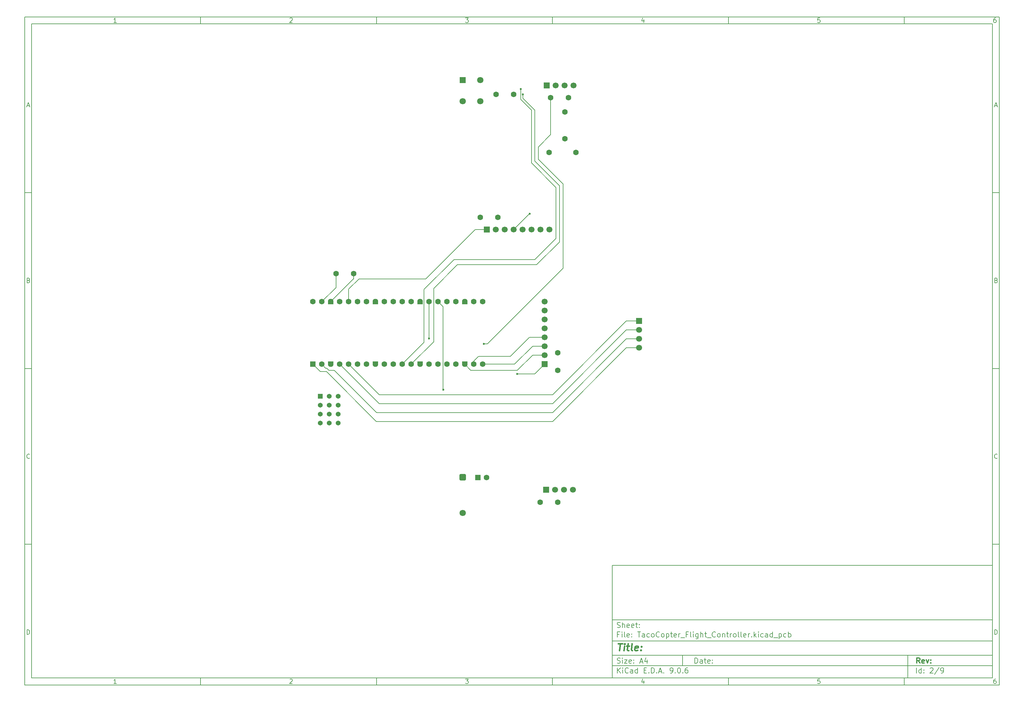
<source format=gbl>
%TF.GenerationSoftware,KiCad,Pcbnew,9.0.6*%
%TF.CreationDate,2025-12-23T20:00:03-05:00*%
%TF.ProjectId,TacoCopter_Flight_Controller,5461636f-436f-4707-9465-725f466c6967,rev?*%
%TF.SameCoordinates,Original*%
%TF.FileFunction,Copper,L2,Bot*%
%TF.FilePolarity,Positive*%
%FSLAX46Y46*%
G04 Gerber Fmt 4.6, Leading zero omitted, Abs format (unit mm)*
G04 Created by KiCad (PCBNEW 9.0.6) date 2025-12-23 20:00:03*
%MOMM*%
%LPD*%
G01*
G04 APERTURE LIST*
G04 Aperture macros list*
%AMRoundRect*
0 Rectangle with rounded corners*
0 $1 Rounding radius*
0 $2 $3 $4 $5 $6 $7 $8 $9 X,Y pos of 4 corners*
0 Add a 4 corners polygon primitive as box body*
4,1,4,$2,$3,$4,$5,$6,$7,$8,$9,$2,$3,0*
0 Add four circle primitives for the rounded corners*
1,1,$1+$1,$2,$3*
1,1,$1+$1,$4,$5*
1,1,$1+$1,$6,$7*
1,1,$1+$1,$8,$9*
0 Add four rect primitives between the rounded corners*
20,1,$1+$1,$2,$3,$4,$5,0*
20,1,$1+$1,$4,$5,$6,$7,0*
20,1,$1+$1,$6,$7,$8,$9,0*
20,1,$1+$1,$8,$9,$2,$3,0*%
%AMFreePoly0*
4,1,37,0.000000,0.796148,0.078414,0.796148,0.232228,0.765552,0.377117,0.705537,0.507515,0.618408,0.618408,0.507515,0.705537,0.377117,0.765552,0.232228,0.796148,0.078414,0.796148,-0.078414,0.765552,-0.232228,0.705537,-0.377117,0.618408,-0.507515,0.507515,-0.618408,0.377117,-0.705537,0.232228,-0.765552,0.078414,-0.796148,0.000000,-0.796148,0.000000,-0.800000,-0.600000,-0.800000,
-0.603843,-0.796157,-0.639018,-0.796157,-0.711114,-0.766294,-0.766294,-0.711114,-0.796157,-0.639018,-0.796157,-0.603843,-0.800000,-0.600000,-0.800000,0.600000,-0.796157,0.603843,-0.796157,0.639018,-0.766294,0.711114,-0.711114,0.766294,-0.639018,0.796157,-0.603843,0.796157,-0.600000,0.800000,0.000000,0.800000,0.000000,0.796148,0.000000,0.796148,$1*%
%AMFreePoly1*
4,1,37,0.603843,0.796157,0.639018,0.796157,0.711114,0.766294,0.766294,0.711114,0.796157,0.639018,0.796157,0.603843,0.800000,0.600000,0.800000,-0.600000,0.796157,-0.603843,0.796157,-0.639018,0.766294,-0.711114,0.711114,-0.766294,0.639018,-0.796157,0.603843,-0.796157,0.600000,-0.800000,0.000000,-0.800000,0.000000,-0.796148,-0.078414,-0.796148,-0.232228,-0.765552,-0.377117,-0.705537,
-0.507515,-0.618408,-0.618408,-0.507515,-0.705537,-0.377117,-0.765552,-0.232228,-0.796148,-0.078414,-0.796148,0.078414,-0.765552,0.232228,-0.705537,0.377117,-0.618408,0.507515,-0.507515,0.618408,-0.377117,0.705537,-0.232228,0.765552,-0.078414,0.796148,0.000000,0.796148,0.000000,0.800000,0.600000,0.800000,0.603843,0.796157,0.603843,0.796157,$1*%
G04 Aperture macros list end*
%ADD10C,0.100000*%
%ADD11C,0.150000*%
%ADD12C,0.300000*%
%ADD13C,0.400000*%
%TA.AperFunction,ComponentPad*%
%ADD14R,1.700000X1.700000*%
%TD*%
%TA.AperFunction,ComponentPad*%
%ADD15C,1.700000*%
%TD*%
%TA.AperFunction,ComponentPad*%
%ADD16C,1.600000*%
%TD*%
%TA.AperFunction,ComponentPad*%
%ADD17FreePoly0,90.000000*%
%TD*%
%TA.AperFunction,ComponentPad*%
%ADD18FreePoly1,90.000000*%
%TD*%
%TA.AperFunction,ComponentPad*%
%ADD19RoundRect,0.200000X0.600000X-0.600000X0.600000X0.600000X-0.600000X0.600000X-0.600000X-0.600000X0*%
%TD*%
%TA.AperFunction,ComponentPad*%
%ADD20RoundRect,0.250000X-0.550000X-0.550000X0.550000X-0.550000X0.550000X0.550000X-0.550000X0.550000X0*%
%TD*%
%TA.AperFunction,ComponentPad*%
%ADD21R,1.370000X1.370000*%
%TD*%
%TA.AperFunction,ComponentPad*%
%ADD22C,1.370000*%
%TD*%
%TA.AperFunction,ComponentPad*%
%ADD23RoundRect,0.250000X-0.650000X0.650000X-0.650000X-0.650000X0.650000X-0.650000X0.650000X0.650000X0*%
%TD*%
%TA.AperFunction,ComponentPad*%
%ADD24C,1.800000*%
%TD*%
%TA.AperFunction,ComponentPad*%
%ADD25R,1.800000X1.800000*%
%TD*%
%TA.AperFunction,ViaPad*%
%ADD26C,0.600000*%
%TD*%
%TA.AperFunction,Conductor*%
%ADD27C,0.200000*%
%TD*%
G04 APERTURE END LIST*
D10*
D11*
X177002200Y-166007200D02*
X285002200Y-166007200D01*
X285002200Y-198007200D01*
X177002200Y-198007200D01*
X177002200Y-166007200D01*
D10*
D11*
X10000000Y-10000000D02*
X287002200Y-10000000D01*
X287002200Y-200007200D01*
X10000000Y-200007200D01*
X10000000Y-10000000D01*
D10*
D11*
X12000000Y-12000000D02*
X285002200Y-12000000D01*
X285002200Y-198007200D01*
X12000000Y-198007200D01*
X12000000Y-12000000D01*
D10*
D11*
X60000000Y-12000000D02*
X60000000Y-10000000D01*
D10*
D11*
X110000000Y-12000000D02*
X110000000Y-10000000D01*
D10*
D11*
X160000000Y-12000000D02*
X160000000Y-10000000D01*
D10*
D11*
X210000000Y-12000000D02*
X210000000Y-10000000D01*
D10*
D11*
X260000000Y-12000000D02*
X260000000Y-10000000D01*
D10*
D11*
X36089160Y-11593604D02*
X35346303Y-11593604D01*
X35717731Y-11593604D02*
X35717731Y-10293604D01*
X35717731Y-10293604D02*
X35593922Y-10479319D01*
X35593922Y-10479319D02*
X35470112Y-10603128D01*
X35470112Y-10603128D02*
X35346303Y-10665033D01*
D10*
D11*
X85346303Y-10417414D02*
X85408207Y-10355509D01*
X85408207Y-10355509D02*
X85532017Y-10293604D01*
X85532017Y-10293604D02*
X85841541Y-10293604D01*
X85841541Y-10293604D02*
X85965350Y-10355509D01*
X85965350Y-10355509D02*
X86027255Y-10417414D01*
X86027255Y-10417414D02*
X86089160Y-10541223D01*
X86089160Y-10541223D02*
X86089160Y-10665033D01*
X86089160Y-10665033D02*
X86027255Y-10850747D01*
X86027255Y-10850747D02*
X85284398Y-11593604D01*
X85284398Y-11593604D02*
X86089160Y-11593604D01*
D10*
D11*
X135284398Y-10293604D02*
X136089160Y-10293604D01*
X136089160Y-10293604D02*
X135655826Y-10788842D01*
X135655826Y-10788842D02*
X135841541Y-10788842D01*
X135841541Y-10788842D02*
X135965350Y-10850747D01*
X135965350Y-10850747D02*
X136027255Y-10912652D01*
X136027255Y-10912652D02*
X136089160Y-11036461D01*
X136089160Y-11036461D02*
X136089160Y-11345985D01*
X136089160Y-11345985D02*
X136027255Y-11469795D01*
X136027255Y-11469795D02*
X135965350Y-11531700D01*
X135965350Y-11531700D02*
X135841541Y-11593604D01*
X135841541Y-11593604D02*
X135470112Y-11593604D01*
X135470112Y-11593604D02*
X135346303Y-11531700D01*
X135346303Y-11531700D02*
X135284398Y-11469795D01*
D10*
D11*
X185965350Y-10726938D02*
X185965350Y-11593604D01*
X185655826Y-10231700D02*
X185346303Y-11160271D01*
X185346303Y-11160271D02*
X186151064Y-11160271D01*
D10*
D11*
X236027255Y-10293604D02*
X235408207Y-10293604D01*
X235408207Y-10293604D02*
X235346303Y-10912652D01*
X235346303Y-10912652D02*
X235408207Y-10850747D01*
X235408207Y-10850747D02*
X235532017Y-10788842D01*
X235532017Y-10788842D02*
X235841541Y-10788842D01*
X235841541Y-10788842D02*
X235965350Y-10850747D01*
X235965350Y-10850747D02*
X236027255Y-10912652D01*
X236027255Y-10912652D02*
X236089160Y-11036461D01*
X236089160Y-11036461D02*
X236089160Y-11345985D01*
X236089160Y-11345985D02*
X236027255Y-11469795D01*
X236027255Y-11469795D02*
X235965350Y-11531700D01*
X235965350Y-11531700D02*
X235841541Y-11593604D01*
X235841541Y-11593604D02*
X235532017Y-11593604D01*
X235532017Y-11593604D02*
X235408207Y-11531700D01*
X235408207Y-11531700D02*
X235346303Y-11469795D01*
D10*
D11*
X285965350Y-10293604D02*
X285717731Y-10293604D01*
X285717731Y-10293604D02*
X285593922Y-10355509D01*
X285593922Y-10355509D02*
X285532017Y-10417414D01*
X285532017Y-10417414D02*
X285408207Y-10603128D01*
X285408207Y-10603128D02*
X285346303Y-10850747D01*
X285346303Y-10850747D02*
X285346303Y-11345985D01*
X285346303Y-11345985D02*
X285408207Y-11469795D01*
X285408207Y-11469795D02*
X285470112Y-11531700D01*
X285470112Y-11531700D02*
X285593922Y-11593604D01*
X285593922Y-11593604D02*
X285841541Y-11593604D01*
X285841541Y-11593604D02*
X285965350Y-11531700D01*
X285965350Y-11531700D02*
X286027255Y-11469795D01*
X286027255Y-11469795D02*
X286089160Y-11345985D01*
X286089160Y-11345985D02*
X286089160Y-11036461D01*
X286089160Y-11036461D02*
X286027255Y-10912652D01*
X286027255Y-10912652D02*
X285965350Y-10850747D01*
X285965350Y-10850747D02*
X285841541Y-10788842D01*
X285841541Y-10788842D02*
X285593922Y-10788842D01*
X285593922Y-10788842D02*
X285470112Y-10850747D01*
X285470112Y-10850747D02*
X285408207Y-10912652D01*
X285408207Y-10912652D02*
X285346303Y-11036461D01*
D10*
D11*
X60000000Y-198007200D02*
X60000000Y-200007200D01*
D10*
D11*
X110000000Y-198007200D02*
X110000000Y-200007200D01*
D10*
D11*
X160000000Y-198007200D02*
X160000000Y-200007200D01*
D10*
D11*
X210000000Y-198007200D02*
X210000000Y-200007200D01*
D10*
D11*
X260000000Y-198007200D02*
X260000000Y-200007200D01*
D10*
D11*
X36089160Y-199600804D02*
X35346303Y-199600804D01*
X35717731Y-199600804D02*
X35717731Y-198300804D01*
X35717731Y-198300804D02*
X35593922Y-198486519D01*
X35593922Y-198486519D02*
X35470112Y-198610328D01*
X35470112Y-198610328D02*
X35346303Y-198672233D01*
D10*
D11*
X85346303Y-198424614D02*
X85408207Y-198362709D01*
X85408207Y-198362709D02*
X85532017Y-198300804D01*
X85532017Y-198300804D02*
X85841541Y-198300804D01*
X85841541Y-198300804D02*
X85965350Y-198362709D01*
X85965350Y-198362709D02*
X86027255Y-198424614D01*
X86027255Y-198424614D02*
X86089160Y-198548423D01*
X86089160Y-198548423D02*
X86089160Y-198672233D01*
X86089160Y-198672233D02*
X86027255Y-198857947D01*
X86027255Y-198857947D02*
X85284398Y-199600804D01*
X85284398Y-199600804D02*
X86089160Y-199600804D01*
D10*
D11*
X135284398Y-198300804D02*
X136089160Y-198300804D01*
X136089160Y-198300804D02*
X135655826Y-198796042D01*
X135655826Y-198796042D02*
X135841541Y-198796042D01*
X135841541Y-198796042D02*
X135965350Y-198857947D01*
X135965350Y-198857947D02*
X136027255Y-198919852D01*
X136027255Y-198919852D02*
X136089160Y-199043661D01*
X136089160Y-199043661D02*
X136089160Y-199353185D01*
X136089160Y-199353185D02*
X136027255Y-199476995D01*
X136027255Y-199476995D02*
X135965350Y-199538900D01*
X135965350Y-199538900D02*
X135841541Y-199600804D01*
X135841541Y-199600804D02*
X135470112Y-199600804D01*
X135470112Y-199600804D02*
X135346303Y-199538900D01*
X135346303Y-199538900D02*
X135284398Y-199476995D01*
D10*
D11*
X185965350Y-198734138D02*
X185965350Y-199600804D01*
X185655826Y-198238900D02*
X185346303Y-199167471D01*
X185346303Y-199167471D02*
X186151064Y-199167471D01*
D10*
D11*
X236027255Y-198300804D02*
X235408207Y-198300804D01*
X235408207Y-198300804D02*
X235346303Y-198919852D01*
X235346303Y-198919852D02*
X235408207Y-198857947D01*
X235408207Y-198857947D02*
X235532017Y-198796042D01*
X235532017Y-198796042D02*
X235841541Y-198796042D01*
X235841541Y-198796042D02*
X235965350Y-198857947D01*
X235965350Y-198857947D02*
X236027255Y-198919852D01*
X236027255Y-198919852D02*
X236089160Y-199043661D01*
X236089160Y-199043661D02*
X236089160Y-199353185D01*
X236089160Y-199353185D02*
X236027255Y-199476995D01*
X236027255Y-199476995D02*
X235965350Y-199538900D01*
X235965350Y-199538900D02*
X235841541Y-199600804D01*
X235841541Y-199600804D02*
X235532017Y-199600804D01*
X235532017Y-199600804D02*
X235408207Y-199538900D01*
X235408207Y-199538900D02*
X235346303Y-199476995D01*
D10*
D11*
X285965350Y-198300804D02*
X285717731Y-198300804D01*
X285717731Y-198300804D02*
X285593922Y-198362709D01*
X285593922Y-198362709D02*
X285532017Y-198424614D01*
X285532017Y-198424614D02*
X285408207Y-198610328D01*
X285408207Y-198610328D02*
X285346303Y-198857947D01*
X285346303Y-198857947D02*
X285346303Y-199353185D01*
X285346303Y-199353185D02*
X285408207Y-199476995D01*
X285408207Y-199476995D02*
X285470112Y-199538900D01*
X285470112Y-199538900D02*
X285593922Y-199600804D01*
X285593922Y-199600804D02*
X285841541Y-199600804D01*
X285841541Y-199600804D02*
X285965350Y-199538900D01*
X285965350Y-199538900D02*
X286027255Y-199476995D01*
X286027255Y-199476995D02*
X286089160Y-199353185D01*
X286089160Y-199353185D02*
X286089160Y-199043661D01*
X286089160Y-199043661D02*
X286027255Y-198919852D01*
X286027255Y-198919852D02*
X285965350Y-198857947D01*
X285965350Y-198857947D02*
X285841541Y-198796042D01*
X285841541Y-198796042D02*
X285593922Y-198796042D01*
X285593922Y-198796042D02*
X285470112Y-198857947D01*
X285470112Y-198857947D02*
X285408207Y-198919852D01*
X285408207Y-198919852D02*
X285346303Y-199043661D01*
D10*
D11*
X10000000Y-60000000D02*
X12000000Y-60000000D01*
D10*
D11*
X10000000Y-110000000D02*
X12000000Y-110000000D01*
D10*
D11*
X10000000Y-160000000D02*
X12000000Y-160000000D01*
D10*
D11*
X10690476Y-35222176D02*
X11309523Y-35222176D01*
X10566666Y-35593604D02*
X10999999Y-34293604D01*
X10999999Y-34293604D02*
X11433333Y-35593604D01*
D10*
D11*
X11092857Y-84912652D02*
X11278571Y-84974557D01*
X11278571Y-84974557D02*
X11340476Y-85036461D01*
X11340476Y-85036461D02*
X11402380Y-85160271D01*
X11402380Y-85160271D02*
X11402380Y-85345985D01*
X11402380Y-85345985D02*
X11340476Y-85469795D01*
X11340476Y-85469795D02*
X11278571Y-85531700D01*
X11278571Y-85531700D02*
X11154761Y-85593604D01*
X11154761Y-85593604D02*
X10659523Y-85593604D01*
X10659523Y-85593604D02*
X10659523Y-84293604D01*
X10659523Y-84293604D02*
X11092857Y-84293604D01*
X11092857Y-84293604D02*
X11216666Y-84355509D01*
X11216666Y-84355509D02*
X11278571Y-84417414D01*
X11278571Y-84417414D02*
X11340476Y-84541223D01*
X11340476Y-84541223D02*
X11340476Y-84665033D01*
X11340476Y-84665033D02*
X11278571Y-84788842D01*
X11278571Y-84788842D02*
X11216666Y-84850747D01*
X11216666Y-84850747D02*
X11092857Y-84912652D01*
X11092857Y-84912652D02*
X10659523Y-84912652D01*
D10*
D11*
X11402380Y-135469795D02*
X11340476Y-135531700D01*
X11340476Y-135531700D02*
X11154761Y-135593604D01*
X11154761Y-135593604D02*
X11030952Y-135593604D01*
X11030952Y-135593604D02*
X10845238Y-135531700D01*
X10845238Y-135531700D02*
X10721428Y-135407890D01*
X10721428Y-135407890D02*
X10659523Y-135284080D01*
X10659523Y-135284080D02*
X10597619Y-135036461D01*
X10597619Y-135036461D02*
X10597619Y-134850747D01*
X10597619Y-134850747D02*
X10659523Y-134603128D01*
X10659523Y-134603128D02*
X10721428Y-134479319D01*
X10721428Y-134479319D02*
X10845238Y-134355509D01*
X10845238Y-134355509D02*
X11030952Y-134293604D01*
X11030952Y-134293604D02*
X11154761Y-134293604D01*
X11154761Y-134293604D02*
X11340476Y-134355509D01*
X11340476Y-134355509D02*
X11402380Y-134417414D01*
D10*
D11*
X10659523Y-185593604D02*
X10659523Y-184293604D01*
X10659523Y-184293604D02*
X10969047Y-184293604D01*
X10969047Y-184293604D02*
X11154761Y-184355509D01*
X11154761Y-184355509D02*
X11278571Y-184479319D01*
X11278571Y-184479319D02*
X11340476Y-184603128D01*
X11340476Y-184603128D02*
X11402380Y-184850747D01*
X11402380Y-184850747D02*
X11402380Y-185036461D01*
X11402380Y-185036461D02*
X11340476Y-185284080D01*
X11340476Y-185284080D02*
X11278571Y-185407890D01*
X11278571Y-185407890D02*
X11154761Y-185531700D01*
X11154761Y-185531700D02*
X10969047Y-185593604D01*
X10969047Y-185593604D02*
X10659523Y-185593604D01*
D10*
D11*
X287002200Y-60000000D02*
X285002200Y-60000000D01*
D10*
D11*
X287002200Y-110000000D02*
X285002200Y-110000000D01*
D10*
D11*
X287002200Y-160000000D02*
X285002200Y-160000000D01*
D10*
D11*
X285692676Y-35222176D02*
X286311723Y-35222176D01*
X285568866Y-35593604D02*
X286002199Y-34293604D01*
X286002199Y-34293604D02*
X286435533Y-35593604D01*
D10*
D11*
X286095057Y-84912652D02*
X286280771Y-84974557D01*
X286280771Y-84974557D02*
X286342676Y-85036461D01*
X286342676Y-85036461D02*
X286404580Y-85160271D01*
X286404580Y-85160271D02*
X286404580Y-85345985D01*
X286404580Y-85345985D02*
X286342676Y-85469795D01*
X286342676Y-85469795D02*
X286280771Y-85531700D01*
X286280771Y-85531700D02*
X286156961Y-85593604D01*
X286156961Y-85593604D02*
X285661723Y-85593604D01*
X285661723Y-85593604D02*
X285661723Y-84293604D01*
X285661723Y-84293604D02*
X286095057Y-84293604D01*
X286095057Y-84293604D02*
X286218866Y-84355509D01*
X286218866Y-84355509D02*
X286280771Y-84417414D01*
X286280771Y-84417414D02*
X286342676Y-84541223D01*
X286342676Y-84541223D02*
X286342676Y-84665033D01*
X286342676Y-84665033D02*
X286280771Y-84788842D01*
X286280771Y-84788842D02*
X286218866Y-84850747D01*
X286218866Y-84850747D02*
X286095057Y-84912652D01*
X286095057Y-84912652D02*
X285661723Y-84912652D01*
D10*
D11*
X286404580Y-135469795D02*
X286342676Y-135531700D01*
X286342676Y-135531700D02*
X286156961Y-135593604D01*
X286156961Y-135593604D02*
X286033152Y-135593604D01*
X286033152Y-135593604D02*
X285847438Y-135531700D01*
X285847438Y-135531700D02*
X285723628Y-135407890D01*
X285723628Y-135407890D02*
X285661723Y-135284080D01*
X285661723Y-135284080D02*
X285599819Y-135036461D01*
X285599819Y-135036461D02*
X285599819Y-134850747D01*
X285599819Y-134850747D02*
X285661723Y-134603128D01*
X285661723Y-134603128D02*
X285723628Y-134479319D01*
X285723628Y-134479319D02*
X285847438Y-134355509D01*
X285847438Y-134355509D02*
X286033152Y-134293604D01*
X286033152Y-134293604D02*
X286156961Y-134293604D01*
X286156961Y-134293604D02*
X286342676Y-134355509D01*
X286342676Y-134355509D02*
X286404580Y-134417414D01*
D10*
D11*
X285661723Y-185593604D02*
X285661723Y-184293604D01*
X285661723Y-184293604D02*
X285971247Y-184293604D01*
X285971247Y-184293604D02*
X286156961Y-184355509D01*
X286156961Y-184355509D02*
X286280771Y-184479319D01*
X286280771Y-184479319D02*
X286342676Y-184603128D01*
X286342676Y-184603128D02*
X286404580Y-184850747D01*
X286404580Y-184850747D02*
X286404580Y-185036461D01*
X286404580Y-185036461D02*
X286342676Y-185284080D01*
X286342676Y-185284080D02*
X286280771Y-185407890D01*
X286280771Y-185407890D02*
X286156961Y-185531700D01*
X286156961Y-185531700D02*
X285971247Y-185593604D01*
X285971247Y-185593604D02*
X285661723Y-185593604D01*
D10*
D11*
X200458026Y-193793328D02*
X200458026Y-192293328D01*
X200458026Y-192293328D02*
X200815169Y-192293328D01*
X200815169Y-192293328D02*
X201029455Y-192364757D01*
X201029455Y-192364757D02*
X201172312Y-192507614D01*
X201172312Y-192507614D02*
X201243741Y-192650471D01*
X201243741Y-192650471D02*
X201315169Y-192936185D01*
X201315169Y-192936185D02*
X201315169Y-193150471D01*
X201315169Y-193150471D02*
X201243741Y-193436185D01*
X201243741Y-193436185D02*
X201172312Y-193579042D01*
X201172312Y-193579042D02*
X201029455Y-193721900D01*
X201029455Y-193721900D02*
X200815169Y-193793328D01*
X200815169Y-193793328D02*
X200458026Y-193793328D01*
X202600884Y-193793328D02*
X202600884Y-193007614D01*
X202600884Y-193007614D02*
X202529455Y-192864757D01*
X202529455Y-192864757D02*
X202386598Y-192793328D01*
X202386598Y-192793328D02*
X202100884Y-192793328D01*
X202100884Y-192793328D02*
X201958026Y-192864757D01*
X202600884Y-193721900D02*
X202458026Y-193793328D01*
X202458026Y-193793328D02*
X202100884Y-193793328D01*
X202100884Y-193793328D02*
X201958026Y-193721900D01*
X201958026Y-193721900D02*
X201886598Y-193579042D01*
X201886598Y-193579042D02*
X201886598Y-193436185D01*
X201886598Y-193436185D02*
X201958026Y-193293328D01*
X201958026Y-193293328D02*
X202100884Y-193221900D01*
X202100884Y-193221900D02*
X202458026Y-193221900D01*
X202458026Y-193221900D02*
X202600884Y-193150471D01*
X203100884Y-192793328D02*
X203672312Y-192793328D01*
X203315169Y-192293328D02*
X203315169Y-193579042D01*
X203315169Y-193579042D02*
X203386598Y-193721900D01*
X203386598Y-193721900D02*
X203529455Y-193793328D01*
X203529455Y-193793328D02*
X203672312Y-193793328D01*
X204743741Y-193721900D02*
X204600884Y-193793328D01*
X204600884Y-193793328D02*
X204315170Y-193793328D01*
X204315170Y-193793328D02*
X204172312Y-193721900D01*
X204172312Y-193721900D02*
X204100884Y-193579042D01*
X204100884Y-193579042D02*
X204100884Y-193007614D01*
X204100884Y-193007614D02*
X204172312Y-192864757D01*
X204172312Y-192864757D02*
X204315170Y-192793328D01*
X204315170Y-192793328D02*
X204600884Y-192793328D01*
X204600884Y-192793328D02*
X204743741Y-192864757D01*
X204743741Y-192864757D02*
X204815170Y-193007614D01*
X204815170Y-193007614D02*
X204815170Y-193150471D01*
X204815170Y-193150471D02*
X204100884Y-193293328D01*
X205458026Y-193650471D02*
X205529455Y-193721900D01*
X205529455Y-193721900D02*
X205458026Y-193793328D01*
X205458026Y-193793328D02*
X205386598Y-193721900D01*
X205386598Y-193721900D02*
X205458026Y-193650471D01*
X205458026Y-193650471D02*
X205458026Y-193793328D01*
X205458026Y-192864757D02*
X205529455Y-192936185D01*
X205529455Y-192936185D02*
X205458026Y-193007614D01*
X205458026Y-193007614D02*
X205386598Y-192936185D01*
X205386598Y-192936185D02*
X205458026Y-192864757D01*
X205458026Y-192864757D02*
X205458026Y-193007614D01*
D10*
D11*
X177002200Y-194507200D02*
X285002200Y-194507200D01*
D10*
D11*
X178458026Y-196593328D02*
X178458026Y-195093328D01*
X179315169Y-196593328D02*
X178672312Y-195736185D01*
X179315169Y-195093328D02*
X178458026Y-195950471D01*
X179958026Y-196593328D02*
X179958026Y-195593328D01*
X179958026Y-195093328D02*
X179886598Y-195164757D01*
X179886598Y-195164757D02*
X179958026Y-195236185D01*
X179958026Y-195236185D02*
X180029455Y-195164757D01*
X180029455Y-195164757D02*
X179958026Y-195093328D01*
X179958026Y-195093328D02*
X179958026Y-195236185D01*
X181529455Y-196450471D02*
X181458027Y-196521900D01*
X181458027Y-196521900D02*
X181243741Y-196593328D01*
X181243741Y-196593328D02*
X181100884Y-196593328D01*
X181100884Y-196593328D02*
X180886598Y-196521900D01*
X180886598Y-196521900D02*
X180743741Y-196379042D01*
X180743741Y-196379042D02*
X180672312Y-196236185D01*
X180672312Y-196236185D02*
X180600884Y-195950471D01*
X180600884Y-195950471D02*
X180600884Y-195736185D01*
X180600884Y-195736185D02*
X180672312Y-195450471D01*
X180672312Y-195450471D02*
X180743741Y-195307614D01*
X180743741Y-195307614D02*
X180886598Y-195164757D01*
X180886598Y-195164757D02*
X181100884Y-195093328D01*
X181100884Y-195093328D02*
X181243741Y-195093328D01*
X181243741Y-195093328D02*
X181458027Y-195164757D01*
X181458027Y-195164757D02*
X181529455Y-195236185D01*
X182815170Y-196593328D02*
X182815170Y-195807614D01*
X182815170Y-195807614D02*
X182743741Y-195664757D01*
X182743741Y-195664757D02*
X182600884Y-195593328D01*
X182600884Y-195593328D02*
X182315170Y-195593328D01*
X182315170Y-195593328D02*
X182172312Y-195664757D01*
X182815170Y-196521900D02*
X182672312Y-196593328D01*
X182672312Y-196593328D02*
X182315170Y-196593328D01*
X182315170Y-196593328D02*
X182172312Y-196521900D01*
X182172312Y-196521900D02*
X182100884Y-196379042D01*
X182100884Y-196379042D02*
X182100884Y-196236185D01*
X182100884Y-196236185D02*
X182172312Y-196093328D01*
X182172312Y-196093328D02*
X182315170Y-196021900D01*
X182315170Y-196021900D02*
X182672312Y-196021900D01*
X182672312Y-196021900D02*
X182815170Y-195950471D01*
X184172313Y-196593328D02*
X184172313Y-195093328D01*
X184172313Y-196521900D02*
X184029455Y-196593328D01*
X184029455Y-196593328D02*
X183743741Y-196593328D01*
X183743741Y-196593328D02*
X183600884Y-196521900D01*
X183600884Y-196521900D02*
X183529455Y-196450471D01*
X183529455Y-196450471D02*
X183458027Y-196307614D01*
X183458027Y-196307614D02*
X183458027Y-195879042D01*
X183458027Y-195879042D02*
X183529455Y-195736185D01*
X183529455Y-195736185D02*
X183600884Y-195664757D01*
X183600884Y-195664757D02*
X183743741Y-195593328D01*
X183743741Y-195593328D02*
X184029455Y-195593328D01*
X184029455Y-195593328D02*
X184172313Y-195664757D01*
X186029455Y-195807614D02*
X186529455Y-195807614D01*
X186743741Y-196593328D02*
X186029455Y-196593328D01*
X186029455Y-196593328D02*
X186029455Y-195093328D01*
X186029455Y-195093328D02*
X186743741Y-195093328D01*
X187386598Y-196450471D02*
X187458027Y-196521900D01*
X187458027Y-196521900D02*
X187386598Y-196593328D01*
X187386598Y-196593328D02*
X187315170Y-196521900D01*
X187315170Y-196521900D02*
X187386598Y-196450471D01*
X187386598Y-196450471D02*
X187386598Y-196593328D01*
X188100884Y-196593328D02*
X188100884Y-195093328D01*
X188100884Y-195093328D02*
X188458027Y-195093328D01*
X188458027Y-195093328D02*
X188672313Y-195164757D01*
X188672313Y-195164757D02*
X188815170Y-195307614D01*
X188815170Y-195307614D02*
X188886599Y-195450471D01*
X188886599Y-195450471D02*
X188958027Y-195736185D01*
X188958027Y-195736185D02*
X188958027Y-195950471D01*
X188958027Y-195950471D02*
X188886599Y-196236185D01*
X188886599Y-196236185D02*
X188815170Y-196379042D01*
X188815170Y-196379042D02*
X188672313Y-196521900D01*
X188672313Y-196521900D02*
X188458027Y-196593328D01*
X188458027Y-196593328D02*
X188100884Y-196593328D01*
X189600884Y-196450471D02*
X189672313Y-196521900D01*
X189672313Y-196521900D02*
X189600884Y-196593328D01*
X189600884Y-196593328D02*
X189529456Y-196521900D01*
X189529456Y-196521900D02*
X189600884Y-196450471D01*
X189600884Y-196450471D02*
X189600884Y-196593328D01*
X190243742Y-196164757D02*
X190958028Y-196164757D01*
X190100885Y-196593328D02*
X190600885Y-195093328D01*
X190600885Y-195093328D02*
X191100885Y-196593328D01*
X191600884Y-196450471D02*
X191672313Y-196521900D01*
X191672313Y-196521900D02*
X191600884Y-196593328D01*
X191600884Y-196593328D02*
X191529456Y-196521900D01*
X191529456Y-196521900D02*
X191600884Y-196450471D01*
X191600884Y-196450471D02*
X191600884Y-196593328D01*
X193529456Y-196593328D02*
X193815170Y-196593328D01*
X193815170Y-196593328D02*
X193958027Y-196521900D01*
X193958027Y-196521900D02*
X194029456Y-196450471D01*
X194029456Y-196450471D02*
X194172313Y-196236185D01*
X194172313Y-196236185D02*
X194243742Y-195950471D01*
X194243742Y-195950471D02*
X194243742Y-195379042D01*
X194243742Y-195379042D02*
X194172313Y-195236185D01*
X194172313Y-195236185D02*
X194100885Y-195164757D01*
X194100885Y-195164757D02*
X193958027Y-195093328D01*
X193958027Y-195093328D02*
X193672313Y-195093328D01*
X193672313Y-195093328D02*
X193529456Y-195164757D01*
X193529456Y-195164757D02*
X193458027Y-195236185D01*
X193458027Y-195236185D02*
X193386599Y-195379042D01*
X193386599Y-195379042D02*
X193386599Y-195736185D01*
X193386599Y-195736185D02*
X193458027Y-195879042D01*
X193458027Y-195879042D02*
X193529456Y-195950471D01*
X193529456Y-195950471D02*
X193672313Y-196021900D01*
X193672313Y-196021900D02*
X193958027Y-196021900D01*
X193958027Y-196021900D02*
X194100885Y-195950471D01*
X194100885Y-195950471D02*
X194172313Y-195879042D01*
X194172313Y-195879042D02*
X194243742Y-195736185D01*
X194886598Y-196450471D02*
X194958027Y-196521900D01*
X194958027Y-196521900D02*
X194886598Y-196593328D01*
X194886598Y-196593328D02*
X194815170Y-196521900D01*
X194815170Y-196521900D02*
X194886598Y-196450471D01*
X194886598Y-196450471D02*
X194886598Y-196593328D01*
X195886599Y-195093328D02*
X196029456Y-195093328D01*
X196029456Y-195093328D02*
X196172313Y-195164757D01*
X196172313Y-195164757D02*
X196243742Y-195236185D01*
X196243742Y-195236185D02*
X196315170Y-195379042D01*
X196315170Y-195379042D02*
X196386599Y-195664757D01*
X196386599Y-195664757D02*
X196386599Y-196021900D01*
X196386599Y-196021900D02*
X196315170Y-196307614D01*
X196315170Y-196307614D02*
X196243742Y-196450471D01*
X196243742Y-196450471D02*
X196172313Y-196521900D01*
X196172313Y-196521900D02*
X196029456Y-196593328D01*
X196029456Y-196593328D02*
X195886599Y-196593328D01*
X195886599Y-196593328D02*
X195743742Y-196521900D01*
X195743742Y-196521900D02*
X195672313Y-196450471D01*
X195672313Y-196450471D02*
X195600884Y-196307614D01*
X195600884Y-196307614D02*
X195529456Y-196021900D01*
X195529456Y-196021900D02*
X195529456Y-195664757D01*
X195529456Y-195664757D02*
X195600884Y-195379042D01*
X195600884Y-195379042D02*
X195672313Y-195236185D01*
X195672313Y-195236185D02*
X195743742Y-195164757D01*
X195743742Y-195164757D02*
X195886599Y-195093328D01*
X197029455Y-196450471D02*
X197100884Y-196521900D01*
X197100884Y-196521900D02*
X197029455Y-196593328D01*
X197029455Y-196593328D02*
X196958027Y-196521900D01*
X196958027Y-196521900D02*
X197029455Y-196450471D01*
X197029455Y-196450471D02*
X197029455Y-196593328D01*
X198386599Y-195093328D02*
X198100884Y-195093328D01*
X198100884Y-195093328D02*
X197958027Y-195164757D01*
X197958027Y-195164757D02*
X197886599Y-195236185D01*
X197886599Y-195236185D02*
X197743741Y-195450471D01*
X197743741Y-195450471D02*
X197672313Y-195736185D01*
X197672313Y-195736185D02*
X197672313Y-196307614D01*
X197672313Y-196307614D02*
X197743741Y-196450471D01*
X197743741Y-196450471D02*
X197815170Y-196521900D01*
X197815170Y-196521900D02*
X197958027Y-196593328D01*
X197958027Y-196593328D02*
X198243741Y-196593328D01*
X198243741Y-196593328D02*
X198386599Y-196521900D01*
X198386599Y-196521900D02*
X198458027Y-196450471D01*
X198458027Y-196450471D02*
X198529456Y-196307614D01*
X198529456Y-196307614D02*
X198529456Y-195950471D01*
X198529456Y-195950471D02*
X198458027Y-195807614D01*
X198458027Y-195807614D02*
X198386599Y-195736185D01*
X198386599Y-195736185D02*
X198243741Y-195664757D01*
X198243741Y-195664757D02*
X197958027Y-195664757D01*
X197958027Y-195664757D02*
X197815170Y-195736185D01*
X197815170Y-195736185D02*
X197743741Y-195807614D01*
X197743741Y-195807614D02*
X197672313Y-195950471D01*
D10*
D11*
X177002200Y-191507200D02*
X285002200Y-191507200D01*
D10*
D12*
X264413853Y-193785528D02*
X263913853Y-193071242D01*
X263556710Y-193785528D02*
X263556710Y-192285528D01*
X263556710Y-192285528D02*
X264128139Y-192285528D01*
X264128139Y-192285528D02*
X264270996Y-192356957D01*
X264270996Y-192356957D02*
X264342425Y-192428385D01*
X264342425Y-192428385D02*
X264413853Y-192571242D01*
X264413853Y-192571242D02*
X264413853Y-192785528D01*
X264413853Y-192785528D02*
X264342425Y-192928385D01*
X264342425Y-192928385D02*
X264270996Y-192999814D01*
X264270996Y-192999814D02*
X264128139Y-193071242D01*
X264128139Y-193071242D02*
X263556710Y-193071242D01*
X265628139Y-193714100D02*
X265485282Y-193785528D01*
X265485282Y-193785528D02*
X265199568Y-193785528D01*
X265199568Y-193785528D02*
X265056710Y-193714100D01*
X265056710Y-193714100D02*
X264985282Y-193571242D01*
X264985282Y-193571242D02*
X264985282Y-192999814D01*
X264985282Y-192999814D02*
X265056710Y-192856957D01*
X265056710Y-192856957D02*
X265199568Y-192785528D01*
X265199568Y-192785528D02*
X265485282Y-192785528D01*
X265485282Y-192785528D02*
X265628139Y-192856957D01*
X265628139Y-192856957D02*
X265699568Y-192999814D01*
X265699568Y-192999814D02*
X265699568Y-193142671D01*
X265699568Y-193142671D02*
X264985282Y-193285528D01*
X266199567Y-192785528D02*
X266556710Y-193785528D01*
X266556710Y-193785528D02*
X266913853Y-192785528D01*
X267485281Y-193642671D02*
X267556710Y-193714100D01*
X267556710Y-193714100D02*
X267485281Y-193785528D01*
X267485281Y-193785528D02*
X267413853Y-193714100D01*
X267413853Y-193714100D02*
X267485281Y-193642671D01*
X267485281Y-193642671D02*
X267485281Y-193785528D01*
X267485281Y-192856957D02*
X267556710Y-192928385D01*
X267556710Y-192928385D02*
X267485281Y-192999814D01*
X267485281Y-192999814D02*
X267413853Y-192928385D01*
X267413853Y-192928385D02*
X267485281Y-192856957D01*
X267485281Y-192856957D02*
X267485281Y-192999814D01*
D10*
D11*
X178386598Y-193721900D02*
X178600884Y-193793328D01*
X178600884Y-193793328D02*
X178958026Y-193793328D01*
X178958026Y-193793328D02*
X179100884Y-193721900D01*
X179100884Y-193721900D02*
X179172312Y-193650471D01*
X179172312Y-193650471D02*
X179243741Y-193507614D01*
X179243741Y-193507614D02*
X179243741Y-193364757D01*
X179243741Y-193364757D02*
X179172312Y-193221900D01*
X179172312Y-193221900D02*
X179100884Y-193150471D01*
X179100884Y-193150471D02*
X178958026Y-193079042D01*
X178958026Y-193079042D02*
X178672312Y-193007614D01*
X178672312Y-193007614D02*
X178529455Y-192936185D01*
X178529455Y-192936185D02*
X178458026Y-192864757D01*
X178458026Y-192864757D02*
X178386598Y-192721900D01*
X178386598Y-192721900D02*
X178386598Y-192579042D01*
X178386598Y-192579042D02*
X178458026Y-192436185D01*
X178458026Y-192436185D02*
X178529455Y-192364757D01*
X178529455Y-192364757D02*
X178672312Y-192293328D01*
X178672312Y-192293328D02*
X179029455Y-192293328D01*
X179029455Y-192293328D02*
X179243741Y-192364757D01*
X179886597Y-193793328D02*
X179886597Y-192793328D01*
X179886597Y-192293328D02*
X179815169Y-192364757D01*
X179815169Y-192364757D02*
X179886597Y-192436185D01*
X179886597Y-192436185D02*
X179958026Y-192364757D01*
X179958026Y-192364757D02*
X179886597Y-192293328D01*
X179886597Y-192293328D02*
X179886597Y-192436185D01*
X180458026Y-192793328D02*
X181243741Y-192793328D01*
X181243741Y-192793328D02*
X180458026Y-193793328D01*
X180458026Y-193793328D02*
X181243741Y-193793328D01*
X182386598Y-193721900D02*
X182243741Y-193793328D01*
X182243741Y-193793328D02*
X181958027Y-193793328D01*
X181958027Y-193793328D02*
X181815169Y-193721900D01*
X181815169Y-193721900D02*
X181743741Y-193579042D01*
X181743741Y-193579042D02*
X181743741Y-193007614D01*
X181743741Y-193007614D02*
X181815169Y-192864757D01*
X181815169Y-192864757D02*
X181958027Y-192793328D01*
X181958027Y-192793328D02*
X182243741Y-192793328D01*
X182243741Y-192793328D02*
X182386598Y-192864757D01*
X182386598Y-192864757D02*
X182458027Y-193007614D01*
X182458027Y-193007614D02*
X182458027Y-193150471D01*
X182458027Y-193150471D02*
X181743741Y-193293328D01*
X183100883Y-193650471D02*
X183172312Y-193721900D01*
X183172312Y-193721900D02*
X183100883Y-193793328D01*
X183100883Y-193793328D02*
X183029455Y-193721900D01*
X183029455Y-193721900D02*
X183100883Y-193650471D01*
X183100883Y-193650471D02*
X183100883Y-193793328D01*
X183100883Y-192864757D02*
X183172312Y-192936185D01*
X183172312Y-192936185D02*
X183100883Y-193007614D01*
X183100883Y-193007614D02*
X183029455Y-192936185D01*
X183029455Y-192936185D02*
X183100883Y-192864757D01*
X183100883Y-192864757D02*
X183100883Y-193007614D01*
X184886598Y-193364757D02*
X185600884Y-193364757D01*
X184743741Y-193793328D02*
X185243741Y-192293328D01*
X185243741Y-192293328D02*
X185743741Y-193793328D01*
X186886598Y-192793328D02*
X186886598Y-193793328D01*
X186529455Y-192221900D02*
X186172312Y-193293328D01*
X186172312Y-193293328D02*
X187100883Y-193293328D01*
D10*
D11*
X263458026Y-196593328D02*
X263458026Y-195093328D01*
X264815170Y-196593328D02*
X264815170Y-195093328D01*
X264815170Y-196521900D02*
X264672312Y-196593328D01*
X264672312Y-196593328D02*
X264386598Y-196593328D01*
X264386598Y-196593328D02*
X264243741Y-196521900D01*
X264243741Y-196521900D02*
X264172312Y-196450471D01*
X264172312Y-196450471D02*
X264100884Y-196307614D01*
X264100884Y-196307614D02*
X264100884Y-195879042D01*
X264100884Y-195879042D02*
X264172312Y-195736185D01*
X264172312Y-195736185D02*
X264243741Y-195664757D01*
X264243741Y-195664757D02*
X264386598Y-195593328D01*
X264386598Y-195593328D02*
X264672312Y-195593328D01*
X264672312Y-195593328D02*
X264815170Y-195664757D01*
X265529455Y-196450471D02*
X265600884Y-196521900D01*
X265600884Y-196521900D02*
X265529455Y-196593328D01*
X265529455Y-196593328D02*
X265458027Y-196521900D01*
X265458027Y-196521900D02*
X265529455Y-196450471D01*
X265529455Y-196450471D02*
X265529455Y-196593328D01*
X265529455Y-195664757D02*
X265600884Y-195736185D01*
X265600884Y-195736185D02*
X265529455Y-195807614D01*
X265529455Y-195807614D02*
X265458027Y-195736185D01*
X265458027Y-195736185D02*
X265529455Y-195664757D01*
X265529455Y-195664757D02*
X265529455Y-195807614D01*
X267315170Y-195236185D02*
X267386598Y-195164757D01*
X267386598Y-195164757D02*
X267529456Y-195093328D01*
X267529456Y-195093328D02*
X267886598Y-195093328D01*
X267886598Y-195093328D02*
X268029456Y-195164757D01*
X268029456Y-195164757D02*
X268100884Y-195236185D01*
X268100884Y-195236185D02*
X268172313Y-195379042D01*
X268172313Y-195379042D02*
X268172313Y-195521900D01*
X268172313Y-195521900D02*
X268100884Y-195736185D01*
X268100884Y-195736185D02*
X267243741Y-196593328D01*
X267243741Y-196593328D02*
X268172313Y-196593328D01*
X269886598Y-195021900D02*
X268600884Y-196950471D01*
X270458027Y-196593328D02*
X270743741Y-196593328D01*
X270743741Y-196593328D02*
X270886598Y-196521900D01*
X270886598Y-196521900D02*
X270958027Y-196450471D01*
X270958027Y-196450471D02*
X271100884Y-196236185D01*
X271100884Y-196236185D02*
X271172313Y-195950471D01*
X271172313Y-195950471D02*
X271172313Y-195379042D01*
X271172313Y-195379042D02*
X271100884Y-195236185D01*
X271100884Y-195236185D02*
X271029456Y-195164757D01*
X271029456Y-195164757D02*
X270886598Y-195093328D01*
X270886598Y-195093328D02*
X270600884Y-195093328D01*
X270600884Y-195093328D02*
X270458027Y-195164757D01*
X270458027Y-195164757D02*
X270386598Y-195236185D01*
X270386598Y-195236185D02*
X270315170Y-195379042D01*
X270315170Y-195379042D02*
X270315170Y-195736185D01*
X270315170Y-195736185D02*
X270386598Y-195879042D01*
X270386598Y-195879042D02*
X270458027Y-195950471D01*
X270458027Y-195950471D02*
X270600884Y-196021900D01*
X270600884Y-196021900D02*
X270886598Y-196021900D01*
X270886598Y-196021900D02*
X271029456Y-195950471D01*
X271029456Y-195950471D02*
X271100884Y-195879042D01*
X271100884Y-195879042D02*
X271172313Y-195736185D01*
D10*
D11*
X177002200Y-187507200D02*
X285002200Y-187507200D01*
D10*
D13*
X178693928Y-188211638D02*
X179836785Y-188211638D01*
X179015357Y-190211638D02*
X179265357Y-188211638D01*
X180253452Y-190211638D02*
X180420119Y-188878304D01*
X180503452Y-188211638D02*
X180396309Y-188306876D01*
X180396309Y-188306876D02*
X180479643Y-188402114D01*
X180479643Y-188402114D02*
X180586786Y-188306876D01*
X180586786Y-188306876D02*
X180503452Y-188211638D01*
X180503452Y-188211638D02*
X180479643Y-188402114D01*
X181086786Y-188878304D02*
X181848690Y-188878304D01*
X181455833Y-188211638D02*
X181241548Y-189925923D01*
X181241548Y-189925923D02*
X181312976Y-190116400D01*
X181312976Y-190116400D02*
X181491548Y-190211638D01*
X181491548Y-190211638D02*
X181682024Y-190211638D01*
X182634405Y-190211638D02*
X182455833Y-190116400D01*
X182455833Y-190116400D02*
X182384405Y-189925923D01*
X182384405Y-189925923D02*
X182598690Y-188211638D01*
X184170119Y-190116400D02*
X183967738Y-190211638D01*
X183967738Y-190211638D02*
X183586785Y-190211638D01*
X183586785Y-190211638D02*
X183408214Y-190116400D01*
X183408214Y-190116400D02*
X183336785Y-189925923D01*
X183336785Y-189925923D02*
X183432024Y-189164019D01*
X183432024Y-189164019D02*
X183551071Y-188973542D01*
X183551071Y-188973542D02*
X183753452Y-188878304D01*
X183753452Y-188878304D02*
X184134404Y-188878304D01*
X184134404Y-188878304D02*
X184312976Y-188973542D01*
X184312976Y-188973542D02*
X184384404Y-189164019D01*
X184384404Y-189164019D02*
X184360595Y-189354495D01*
X184360595Y-189354495D02*
X183384404Y-189544971D01*
X185134405Y-190021161D02*
X185217738Y-190116400D01*
X185217738Y-190116400D02*
X185110595Y-190211638D01*
X185110595Y-190211638D02*
X185027262Y-190116400D01*
X185027262Y-190116400D02*
X185134405Y-190021161D01*
X185134405Y-190021161D02*
X185110595Y-190211638D01*
X185265357Y-188973542D02*
X185348690Y-189068780D01*
X185348690Y-189068780D02*
X185241548Y-189164019D01*
X185241548Y-189164019D02*
X185158214Y-189068780D01*
X185158214Y-189068780D02*
X185265357Y-188973542D01*
X185265357Y-188973542D02*
X185241548Y-189164019D01*
D10*
D11*
X178958026Y-185607614D02*
X178458026Y-185607614D01*
X178458026Y-186393328D02*
X178458026Y-184893328D01*
X178458026Y-184893328D02*
X179172312Y-184893328D01*
X179743740Y-186393328D02*
X179743740Y-185393328D01*
X179743740Y-184893328D02*
X179672312Y-184964757D01*
X179672312Y-184964757D02*
X179743740Y-185036185D01*
X179743740Y-185036185D02*
X179815169Y-184964757D01*
X179815169Y-184964757D02*
X179743740Y-184893328D01*
X179743740Y-184893328D02*
X179743740Y-185036185D01*
X180672312Y-186393328D02*
X180529455Y-186321900D01*
X180529455Y-186321900D02*
X180458026Y-186179042D01*
X180458026Y-186179042D02*
X180458026Y-184893328D01*
X181815169Y-186321900D02*
X181672312Y-186393328D01*
X181672312Y-186393328D02*
X181386598Y-186393328D01*
X181386598Y-186393328D02*
X181243740Y-186321900D01*
X181243740Y-186321900D02*
X181172312Y-186179042D01*
X181172312Y-186179042D02*
X181172312Y-185607614D01*
X181172312Y-185607614D02*
X181243740Y-185464757D01*
X181243740Y-185464757D02*
X181386598Y-185393328D01*
X181386598Y-185393328D02*
X181672312Y-185393328D01*
X181672312Y-185393328D02*
X181815169Y-185464757D01*
X181815169Y-185464757D02*
X181886598Y-185607614D01*
X181886598Y-185607614D02*
X181886598Y-185750471D01*
X181886598Y-185750471D02*
X181172312Y-185893328D01*
X182529454Y-186250471D02*
X182600883Y-186321900D01*
X182600883Y-186321900D02*
X182529454Y-186393328D01*
X182529454Y-186393328D02*
X182458026Y-186321900D01*
X182458026Y-186321900D02*
X182529454Y-186250471D01*
X182529454Y-186250471D02*
X182529454Y-186393328D01*
X182529454Y-185464757D02*
X182600883Y-185536185D01*
X182600883Y-185536185D02*
X182529454Y-185607614D01*
X182529454Y-185607614D02*
X182458026Y-185536185D01*
X182458026Y-185536185D02*
X182529454Y-185464757D01*
X182529454Y-185464757D02*
X182529454Y-185607614D01*
X184172312Y-184893328D02*
X185029455Y-184893328D01*
X184600883Y-186393328D02*
X184600883Y-184893328D01*
X186172312Y-186393328D02*
X186172312Y-185607614D01*
X186172312Y-185607614D02*
X186100883Y-185464757D01*
X186100883Y-185464757D02*
X185958026Y-185393328D01*
X185958026Y-185393328D02*
X185672312Y-185393328D01*
X185672312Y-185393328D02*
X185529454Y-185464757D01*
X186172312Y-186321900D02*
X186029454Y-186393328D01*
X186029454Y-186393328D02*
X185672312Y-186393328D01*
X185672312Y-186393328D02*
X185529454Y-186321900D01*
X185529454Y-186321900D02*
X185458026Y-186179042D01*
X185458026Y-186179042D02*
X185458026Y-186036185D01*
X185458026Y-186036185D02*
X185529454Y-185893328D01*
X185529454Y-185893328D02*
X185672312Y-185821900D01*
X185672312Y-185821900D02*
X186029454Y-185821900D01*
X186029454Y-185821900D02*
X186172312Y-185750471D01*
X187529455Y-186321900D02*
X187386597Y-186393328D01*
X187386597Y-186393328D02*
X187100883Y-186393328D01*
X187100883Y-186393328D02*
X186958026Y-186321900D01*
X186958026Y-186321900D02*
X186886597Y-186250471D01*
X186886597Y-186250471D02*
X186815169Y-186107614D01*
X186815169Y-186107614D02*
X186815169Y-185679042D01*
X186815169Y-185679042D02*
X186886597Y-185536185D01*
X186886597Y-185536185D02*
X186958026Y-185464757D01*
X186958026Y-185464757D02*
X187100883Y-185393328D01*
X187100883Y-185393328D02*
X187386597Y-185393328D01*
X187386597Y-185393328D02*
X187529455Y-185464757D01*
X188386597Y-186393328D02*
X188243740Y-186321900D01*
X188243740Y-186321900D02*
X188172311Y-186250471D01*
X188172311Y-186250471D02*
X188100883Y-186107614D01*
X188100883Y-186107614D02*
X188100883Y-185679042D01*
X188100883Y-185679042D02*
X188172311Y-185536185D01*
X188172311Y-185536185D02*
X188243740Y-185464757D01*
X188243740Y-185464757D02*
X188386597Y-185393328D01*
X188386597Y-185393328D02*
X188600883Y-185393328D01*
X188600883Y-185393328D02*
X188743740Y-185464757D01*
X188743740Y-185464757D02*
X188815169Y-185536185D01*
X188815169Y-185536185D02*
X188886597Y-185679042D01*
X188886597Y-185679042D02*
X188886597Y-186107614D01*
X188886597Y-186107614D02*
X188815169Y-186250471D01*
X188815169Y-186250471D02*
X188743740Y-186321900D01*
X188743740Y-186321900D02*
X188600883Y-186393328D01*
X188600883Y-186393328D02*
X188386597Y-186393328D01*
X190386597Y-186250471D02*
X190315169Y-186321900D01*
X190315169Y-186321900D02*
X190100883Y-186393328D01*
X190100883Y-186393328D02*
X189958026Y-186393328D01*
X189958026Y-186393328D02*
X189743740Y-186321900D01*
X189743740Y-186321900D02*
X189600883Y-186179042D01*
X189600883Y-186179042D02*
X189529454Y-186036185D01*
X189529454Y-186036185D02*
X189458026Y-185750471D01*
X189458026Y-185750471D02*
X189458026Y-185536185D01*
X189458026Y-185536185D02*
X189529454Y-185250471D01*
X189529454Y-185250471D02*
X189600883Y-185107614D01*
X189600883Y-185107614D02*
X189743740Y-184964757D01*
X189743740Y-184964757D02*
X189958026Y-184893328D01*
X189958026Y-184893328D02*
X190100883Y-184893328D01*
X190100883Y-184893328D02*
X190315169Y-184964757D01*
X190315169Y-184964757D02*
X190386597Y-185036185D01*
X191243740Y-186393328D02*
X191100883Y-186321900D01*
X191100883Y-186321900D02*
X191029454Y-186250471D01*
X191029454Y-186250471D02*
X190958026Y-186107614D01*
X190958026Y-186107614D02*
X190958026Y-185679042D01*
X190958026Y-185679042D02*
X191029454Y-185536185D01*
X191029454Y-185536185D02*
X191100883Y-185464757D01*
X191100883Y-185464757D02*
X191243740Y-185393328D01*
X191243740Y-185393328D02*
X191458026Y-185393328D01*
X191458026Y-185393328D02*
X191600883Y-185464757D01*
X191600883Y-185464757D02*
X191672312Y-185536185D01*
X191672312Y-185536185D02*
X191743740Y-185679042D01*
X191743740Y-185679042D02*
X191743740Y-186107614D01*
X191743740Y-186107614D02*
X191672312Y-186250471D01*
X191672312Y-186250471D02*
X191600883Y-186321900D01*
X191600883Y-186321900D02*
X191458026Y-186393328D01*
X191458026Y-186393328D02*
X191243740Y-186393328D01*
X192386597Y-185393328D02*
X192386597Y-186893328D01*
X192386597Y-185464757D02*
X192529455Y-185393328D01*
X192529455Y-185393328D02*
X192815169Y-185393328D01*
X192815169Y-185393328D02*
X192958026Y-185464757D01*
X192958026Y-185464757D02*
X193029455Y-185536185D01*
X193029455Y-185536185D02*
X193100883Y-185679042D01*
X193100883Y-185679042D02*
X193100883Y-186107614D01*
X193100883Y-186107614D02*
X193029455Y-186250471D01*
X193029455Y-186250471D02*
X192958026Y-186321900D01*
X192958026Y-186321900D02*
X192815169Y-186393328D01*
X192815169Y-186393328D02*
X192529455Y-186393328D01*
X192529455Y-186393328D02*
X192386597Y-186321900D01*
X193529455Y-185393328D02*
X194100883Y-185393328D01*
X193743740Y-184893328D02*
X193743740Y-186179042D01*
X193743740Y-186179042D02*
X193815169Y-186321900D01*
X193815169Y-186321900D02*
X193958026Y-186393328D01*
X193958026Y-186393328D02*
X194100883Y-186393328D01*
X195172312Y-186321900D02*
X195029455Y-186393328D01*
X195029455Y-186393328D02*
X194743741Y-186393328D01*
X194743741Y-186393328D02*
X194600883Y-186321900D01*
X194600883Y-186321900D02*
X194529455Y-186179042D01*
X194529455Y-186179042D02*
X194529455Y-185607614D01*
X194529455Y-185607614D02*
X194600883Y-185464757D01*
X194600883Y-185464757D02*
X194743741Y-185393328D01*
X194743741Y-185393328D02*
X195029455Y-185393328D01*
X195029455Y-185393328D02*
X195172312Y-185464757D01*
X195172312Y-185464757D02*
X195243741Y-185607614D01*
X195243741Y-185607614D02*
X195243741Y-185750471D01*
X195243741Y-185750471D02*
X194529455Y-185893328D01*
X195886597Y-186393328D02*
X195886597Y-185393328D01*
X195886597Y-185679042D02*
X195958026Y-185536185D01*
X195958026Y-185536185D02*
X196029455Y-185464757D01*
X196029455Y-185464757D02*
X196172312Y-185393328D01*
X196172312Y-185393328D02*
X196315169Y-185393328D01*
X196458026Y-186536185D02*
X197600883Y-186536185D01*
X198458025Y-185607614D02*
X197958025Y-185607614D01*
X197958025Y-186393328D02*
X197958025Y-184893328D01*
X197958025Y-184893328D02*
X198672311Y-184893328D01*
X199458025Y-186393328D02*
X199315168Y-186321900D01*
X199315168Y-186321900D02*
X199243739Y-186179042D01*
X199243739Y-186179042D02*
X199243739Y-184893328D01*
X200029453Y-186393328D02*
X200029453Y-185393328D01*
X200029453Y-184893328D02*
X199958025Y-184964757D01*
X199958025Y-184964757D02*
X200029453Y-185036185D01*
X200029453Y-185036185D02*
X200100882Y-184964757D01*
X200100882Y-184964757D02*
X200029453Y-184893328D01*
X200029453Y-184893328D02*
X200029453Y-185036185D01*
X201386597Y-185393328D02*
X201386597Y-186607614D01*
X201386597Y-186607614D02*
X201315168Y-186750471D01*
X201315168Y-186750471D02*
X201243739Y-186821900D01*
X201243739Y-186821900D02*
X201100882Y-186893328D01*
X201100882Y-186893328D02*
X200886597Y-186893328D01*
X200886597Y-186893328D02*
X200743739Y-186821900D01*
X201386597Y-186321900D02*
X201243739Y-186393328D01*
X201243739Y-186393328D02*
X200958025Y-186393328D01*
X200958025Y-186393328D02*
X200815168Y-186321900D01*
X200815168Y-186321900D02*
X200743739Y-186250471D01*
X200743739Y-186250471D02*
X200672311Y-186107614D01*
X200672311Y-186107614D02*
X200672311Y-185679042D01*
X200672311Y-185679042D02*
X200743739Y-185536185D01*
X200743739Y-185536185D02*
X200815168Y-185464757D01*
X200815168Y-185464757D02*
X200958025Y-185393328D01*
X200958025Y-185393328D02*
X201243739Y-185393328D01*
X201243739Y-185393328D02*
X201386597Y-185464757D01*
X202100882Y-186393328D02*
X202100882Y-184893328D01*
X202743740Y-186393328D02*
X202743740Y-185607614D01*
X202743740Y-185607614D02*
X202672311Y-185464757D01*
X202672311Y-185464757D02*
X202529454Y-185393328D01*
X202529454Y-185393328D02*
X202315168Y-185393328D01*
X202315168Y-185393328D02*
X202172311Y-185464757D01*
X202172311Y-185464757D02*
X202100882Y-185536185D01*
X203243740Y-185393328D02*
X203815168Y-185393328D01*
X203458025Y-184893328D02*
X203458025Y-186179042D01*
X203458025Y-186179042D02*
X203529454Y-186321900D01*
X203529454Y-186321900D02*
X203672311Y-186393328D01*
X203672311Y-186393328D02*
X203815168Y-186393328D01*
X203958026Y-186536185D02*
X205100883Y-186536185D01*
X206315168Y-186250471D02*
X206243740Y-186321900D01*
X206243740Y-186321900D02*
X206029454Y-186393328D01*
X206029454Y-186393328D02*
X205886597Y-186393328D01*
X205886597Y-186393328D02*
X205672311Y-186321900D01*
X205672311Y-186321900D02*
X205529454Y-186179042D01*
X205529454Y-186179042D02*
X205458025Y-186036185D01*
X205458025Y-186036185D02*
X205386597Y-185750471D01*
X205386597Y-185750471D02*
X205386597Y-185536185D01*
X205386597Y-185536185D02*
X205458025Y-185250471D01*
X205458025Y-185250471D02*
X205529454Y-185107614D01*
X205529454Y-185107614D02*
X205672311Y-184964757D01*
X205672311Y-184964757D02*
X205886597Y-184893328D01*
X205886597Y-184893328D02*
X206029454Y-184893328D01*
X206029454Y-184893328D02*
X206243740Y-184964757D01*
X206243740Y-184964757D02*
X206315168Y-185036185D01*
X207172311Y-186393328D02*
X207029454Y-186321900D01*
X207029454Y-186321900D02*
X206958025Y-186250471D01*
X206958025Y-186250471D02*
X206886597Y-186107614D01*
X206886597Y-186107614D02*
X206886597Y-185679042D01*
X206886597Y-185679042D02*
X206958025Y-185536185D01*
X206958025Y-185536185D02*
X207029454Y-185464757D01*
X207029454Y-185464757D02*
X207172311Y-185393328D01*
X207172311Y-185393328D02*
X207386597Y-185393328D01*
X207386597Y-185393328D02*
X207529454Y-185464757D01*
X207529454Y-185464757D02*
X207600883Y-185536185D01*
X207600883Y-185536185D02*
X207672311Y-185679042D01*
X207672311Y-185679042D02*
X207672311Y-186107614D01*
X207672311Y-186107614D02*
X207600883Y-186250471D01*
X207600883Y-186250471D02*
X207529454Y-186321900D01*
X207529454Y-186321900D02*
X207386597Y-186393328D01*
X207386597Y-186393328D02*
X207172311Y-186393328D01*
X208315168Y-185393328D02*
X208315168Y-186393328D01*
X208315168Y-185536185D02*
X208386597Y-185464757D01*
X208386597Y-185464757D02*
X208529454Y-185393328D01*
X208529454Y-185393328D02*
X208743740Y-185393328D01*
X208743740Y-185393328D02*
X208886597Y-185464757D01*
X208886597Y-185464757D02*
X208958026Y-185607614D01*
X208958026Y-185607614D02*
X208958026Y-186393328D01*
X209458026Y-185393328D02*
X210029454Y-185393328D01*
X209672311Y-184893328D02*
X209672311Y-186179042D01*
X209672311Y-186179042D02*
X209743740Y-186321900D01*
X209743740Y-186321900D02*
X209886597Y-186393328D01*
X209886597Y-186393328D02*
X210029454Y-186393328D01*
X210529454Y-186393328D02*
X210529454Y-185393328D01*
X210529454Y-185679042D02*
X210600883Y-185536185D01*
X210600883Y-185536185D02*
X210672312Y-185464757D01*
X210672312Y-185464757D02*
X210815169Y-185393328D01*
X210815169Y-185393328D02*
X210958026Y-185393328D01*
X211672311Y-186393328D02*
X211529454Y-186321900D01*
X211529454Y-186321900D02*
X211458025Y-186250471D01*
X211458025Y-186250471D02*
X211386597Y-186107614D01*
X211386597Y-186107614D02*
X211386597Y-185679042D01*
X211386597Y-185679042D02*
X211458025Y-185536185D01*
X211458025Y-185536185D02*
X211529454Y-185464757D01*
X211529454Y-185464757D02*
X211672311Y-185393328D01*
X211672311Y-185393328D02*
X211886597Y-185393328D01*
X211886597Y-185393328D02*
X212029454Y-185464757D01*
X212029454Y-185464757D02*
X212100883Y-185536185D01*
X212100883Y-185536185D02*
X212172311Y-185679042D01*
X212172311Y-185679042D02*
X212172311Y-186107614D01*
X212172311Y-186107614D02*
X212100883Y-186250471D01*
X212100883Y-186250471D02*
X212029454Y-186321900D01*
X212029454Y-186321900D02*
X211886597Y-186393328D01*
X211886597Y-186393328D02*
X211672311Y-186393328D01*
X213029454Y-186393328D02*
X212886597Y-186321900D01*
X212886597Y-186321900D02*
X212815168Y-186179042D01*
X212815168Y-186179042D02*
X212815168Y-184893328D01*
X213815168Y-186393328D02*
X213672311Y-186321900D01*
X213672311Y-186321900D02*
X213600882Y-186179042D01*
X213600882Y-186179042D02*
X213600882Y-184893328D01*
X214958025Y-186321900D02*
X214815168Y-186393328D01*
X214815168Y-186393328D02*
X214529454Y-186393328D01*
X214529454Y-186393328D02*
X214386596Y-186321900D01*
X214386596Y-186321900D02*
X214315168Y-186179042D01*
X214315168Y-186179042D02*
X214315168Y-185607614D01*
X214315168Y-185607614D02*
X214386596Y-185464757D01*
X214386596Y-185464757D02*
X214529454Y-185393328D01*
X214529454Y-185393328D02*
X214815168Y-185393328D01*
X214815168Y-185393328D02*
X214958025Y-185464757D01*
X214958025Y-185464757D02*
X215029454Y-185607614D01*
X215029454Y-185607614D02*
X215029454Y-185750471D01*
X215029454Y-185750471D02*
X214315168Y-185893328D01*
X215672310Y-186393328D02*
X215672310Y-185393328D01*
X215672310Y-185679042D02*
X215743739Y-185536185D01*
X215743739Y-185536185D02*
X215815168Y-185464757D01*
X215815168Y-185464757D02*
X215958025Y-185393328D01*
X215958025Y-185393328D02*
X216100882Y-185393328D01*
X216600881Y-186250471D02*
X216672310Y-186321900D01*
X216672310Y-186321900D02*
X216600881Y-186393328D01*
X216600881Y-186393328D02*
X216529453Y-186321900D01*
X216529453Y-186321900D02*
X216600881Y-186250471D01*
X216600881Y-186250471D02*
X216600881Y-186393328D01*
X217315167Y-186393328D02*
X217315167Y-184893328D01*
X217458025Y-185821900D02*
X217886596Y-186393328D01*
X217886596Y-185393328D02*
X217315167Y-185964757D01*
X218529453Y-186393328D02*
X218529453Y-185393328D01*
X218529453Y-184893328D02*
X218458025Y-184964757D01*
X218458025Y-184964757D02*
X218529453Y-185036185D01*
X218529453Y-185036185D02*
X218600882Y-184964757D01*
X218600882Y-184964757D02*
X218529453Y-184893328D01*
X218529453Y-184893328D02*
X218529453Y-185036185D01*
X219886597Y-186321900D02*
X219743739Y-186393328D01*
X219743739Y-186393328D02*
X219458025Y-186393328D01*
X219458025Y-186393328D02*
X219315168Y-186321900D01*
X219315168Y-186321900D02*
X219243739Y-186250471D01*
X219243739Y-186250471D02*
X219172311Y-186107614D01*
X219172311Y-186107614D02*
X219172311Y-185679042D01*
X219172311Y-185679042D02*
X219243739Y-185536185D01*
X219243739Y-185536185D02*
X219315168Y-185464757D01*
X219315168Y-185464757D02*
X219458025Y-185393328D01*
X219458025Y-185393328D02*
X219743739Y-185393328D01*
X219743739Y-185393328D02*
X219886597Y-185464757D01*
X221172311Y-186393328D02*
X221172311Y-185607614D01*
X221172311Y-185607614D02*
X221100882Y-185464757D01*
X221100882Y-185464757D02*
X220958025Y-185393328D01*
X220958025Y-185393328D02*
X220672311Y-185393328D01*
X220672311Y-185393328D02*
X220529453Y-185464757D01*
X221172311Y-186321900D02*
X221029453Y-186393328D01*
X221029453Y-186393328D02*
X220672311Y-186393328D01*
X220672311Y-186393328D02*
X220529453Y-186321900D01*
X220529453Y-186321900D02*
X220458025Y-186179042D01*
X220458025Y-186179042D02*
X220458025Y-186036185D01*
X220458025Y-186036185D02*
X220529453Y-185893328D01*
X220529453Y-185893328D02*
X220672311Y-185821900D01*
X220672311Y-185821900D02*
X221029453Y-185821900D01*
X221029453Y-185821900D02*
X221172311Y-185750471D01*
X222529454Y-186393328D02*
X222529454Y-184893328D01*
X222529454Y-186321900D02*
X222386596Y-186393328D01*
X222386596Y-186393328D02*
X222100882Y-186393328D01*
X222100882Y-186393328D02*
X221958025Y-186321900D01*
X221958025Y-186321900D02*
X221886596Y-186250471D01*
X221886596Y-186250471D02*
X221815168Y-186107614D01*
X221815168Y-186107614D02*
X221815168Y-185679042D01*
X221815168Y-185679042D02*
X221886596Y-185536185D01*
X221886596Y-185536185D02*
X221958025Y-185464757D01*
X221958025Y-185464757D02*
X222100882Y-185393328D01*
X222100882Y-185393328D02*
X222386596Y-185393328D01*
X222386596Y-185393328D02*
X222529454Y-185464757D01*
X222886597Y-186536185D02*
X224029454Y-186536185D01*
X224386596Y-185393328D02*
X224386596Y-186893328D01*
X224386596Y-185464757D02*
X224529454Y-185393328D01*
X224529454Y-185393328D02*
X224815168Y-185393328D01*
X224815168Y-185393328D02*
X224958025Y-185464757D01*
X224958025Y-185464757D02*
X225029454Y-185536185D01*
X225029454Y-185536185D02*
X225100882Y-185679042D01*
X225100882Y-185679042D02*
X225100882Y-186107614D01*
X225100882Y-186107614D02*
X225029454Y-186250471D01*
X225029454Y-186250471D02*
X224958025Y-186321900D01*
X224958025Y-186321900D02*
X224815168Y-186393328D01*
X224815168Y-186393328D02*
X224529454Y-186393328D01*
X224529454Y-186393328D02*
X224386596Y-186321900D01*
X226386597Y-186321900D02*
X226243739Y-186393328D01*
X226243739Y-186393328D02*
X225958025Y-186393328D01*
X225958025Y-186393328D02*
X225815168Y-186321900D01*
X225815168Y-186321900D02*
X225743739Y-186250471D01*
X225743739Y-186250471D02*
X225672311Y-186107614D01*
X225672311Y-186107614D02*
X225672311Y-185679042D01*
X225672311Y-185679042D02*
X225743739Y-185536185D01*
X225743739Y-185536185D02*
X225815168Y-185464757D01*
X225815168Y-185464757D02*
X225958025Y-185393328D01*
X225958025Y-185393328D02*
X226243739Y-185393328D01*
X226243739Y-185393328D02*
X226386597Y-185464757D01*
X227029453Y-186393328D02*
X227029453Y-184893328D01*
X227029453Y-185464757D02*
X227172311Y-185393328D01*
X227172311Y-185393328D02*
X227458025Y-185393328D01*
X227458025Y-185393328D02*
X227600882Y-185464757D01*
X227600882Y-185464757D02*
X227672311Y-185536185D01*
X227672311Y-185536185D02*
X227743739Y-185679042D01*
X227743739Y-185679042D02*
X227743739Y-186107614D01*
X227743739Y-186107614D02*
X227672311Y-186250471D01*
X227672311Y-186250471D02*
X227600882Y-186321900D01*
X227600882Y-186321900D02*
X227458025Y-186393328D01*
X227458025Y-186393328D02*
X227172311Y-186393328D01*
X227172311Y-186393328D02*
X227029453Y-186321900D01*
D10*
D11*
X177002200Y-181507200D02*
X285002200Y-181507200D01*
D10*
D11*
X178386598Y-183621900D02*
X178600884Y-183693328D01*
X178600884Y-183693328D02*
X178958026Y-183693328D01*
X178958026Y-183693328D02*
X179100884Y-183621900D01*
X179100884Y-183621900D02*
X179172312Y-183550471D01*
X179172312Y-183550471D02*
X179243741Y-183407614D01*
X179243741Y-183407614D02*
X179243741Y-183264757D01*
X179243741Y-183264757D02*
X179172312Y-183121900D01*
X179172312Y-183121900D02*
X179100884Y-183050471D01*
X179100884Y-183050471D02*
X178958026Y-182979042D01*
X178958026Y-182979042D02*
X178672312Y-182907614D01*
X178672312Y-182907614D02*
X178529455Y-182836185D01*
X178529455Y-182836185D02*
X178458026Y-182764757D01*
X178458026Y-182764757D02*
X178386598Y-182621900D01*
X178386598Y-182621900D02*
X178386598Y-182479042D01*
X178386598Y-182479042D02*
X178458026Y-182336185D01*
X178458026Y-182336185D02*
X178529455Y-182264757D01*
X178529455Y-182264757D02*
X178672312Y-182193328D01*
X178672312Y-182193328D02*
X179029455Y-182193328D01*
X179029455Y-182193328D02*
X179243741Y-182264757D01*
X179886597Y-183693328D02*
X179886597Y-182193328D01*
X180529455Y-183693328D02*
X180529455Y-182907614D01*
X180529455Y-182907614D02*
X180458026Y-182764757D01*
X180458026Y-182764757D02*
X180315169Y-182693328D01*
X180315169Y-182693328D02*
X180100883Y-182693328D01*
X180100883Y-182693328D02*
X179958026Y-182764757D01*
X179958026Y-182764757D02*
X179886597Y-182836185D01*
X181815169Y-183621900D02*
X181672312Y-183693328D01*
X181672312Y-183693328D02*
X181386598Y-183693328D01*
X181386598Y-183693328D02*
X181243740Y-183621900D01*
X181243740Y-183621900D02*
X181172312Y-183479042D01*
X181172312Y-183479042D02*
X181172312Y-182907614D01*
X181172312Y-182907614D02*
X181243740Y-182764757D01*
X181243740Y-182764757D02*
X181386598Y-182693328D01*
X181386598Y-182693328D02*
X181672312Y-182693328D01*
X181672312Y-182693328D02*
X181815169Y-182764757D01*
X181815169Y-182764757D02*
X181886598Y-182907614D01*
X181886598Y-182907614D02*
X181886598Y-183050471D01*
X181886598Y-183050471D02*
X181172312Y-183193328D01*
X183100883Y-183621900D02*
X182958026Y-183693328D01*
X182958026Y-183693328D02*
X182672312Y-183693328D01*
X182672312Y-183693328D02*
X182529454Y-183621900D01*
X182529454Y-183621900D02*
X182458026Y-183479042D01*
X182458026Y-183479042D02*
X182458026Y-182907614D01*
X182458026Y-182907614D02*
X182529454Y-182764757D01*
X182529454Y-182764757D02*
X182672312Y-182693328D01*
X182672312Y-182693328D02*
X182958026Y-182693328D01*
X182958026Y-182693328D02*
X183100883Y-182764757D01*
X183100883Y-182764757D02*
X183172312Y-182907614D01*
X183172312Y-182907614D02*
X183172312Y-183050471D01*
X183172312Y-183050471D02*
X182458026Y-183193328D01*
X183600883Y-182693328D02*
X184172311Y-182693328D01*
X183815168Y-182193328D02*
X183815168Y-183479042D01*
X183815168Y-183479042D02*
X183886597Y-183621900D01*
X183886597Y-183621900D02*
X184029454Y-183693328D01*
X184029454Y-183693328D02*
X184172311Y-183693328D01*
X184672311Y-183550471D02*
X184743740Y-183621900D01*
X184743740Y-183621900D02*
X184672311Y-183693328D01*
X184672311Y-183693328D02*
X184600883Y-183621900D01*
X184600883Y-183621900D02*
X184672311Y-183550471D01*
X184672311Y-183550471D02*
X184672311Y-183693328D01*
X184672311Y-182764757D02*
X184743740Y-182836185D01*
X184743740Y-182836185D02*
X184672311Y-182907614D01*
X184672311Y-182907614D02*
X184600883Y-182836185D01*
X184600883Y-182836185D02*
X184672311Y-182764757D01*
X184672311Y-182764757D02*
X184672311Y-182907614D01*
D10*
D11*
X197002200Y-191507200D02*
X197002200Y-194507200D01*
D10*
D11*
X261002200Y-191507200D02*
X261002200Y-198007200D01*
D14*
%TO.P,U1,1,VCC*%
%TO.N,+3V3*%
X157759637Y-108700000D03*
D15*
%TO.P,U1,2,GND*%
%TO.N,GND*%
X157759637Y-106160000D03*
%TO.P,U1,3,SCL*%
%TO.N,Net-(A1-GPIO15)*%
X157759637Y-103620000D03*
%TO.P,U1,4,SDA*%
%TO.N,Net-(A1-GPIO14)*%
X157759637Y-101080000D03*
%TO.P,U1,5,XDA*%
%TO.N,unconnected-(U1-XDA-Pad5)*%
X157759637Y-98540000D03*
%TO.P,U1,6,XCL*%
%TO.N,unconnected-(U1-XCL-Pad6)*%
X157759637Y-96000000D03*
%TO.P,U1,7,AD0*%
%TO.N,GND*%
X157759637Y-93460000D03*
%TO.P,U1,8,INT*%
%TO.N,unconnected-(U1-INT-Pad8)*%
X157759637Y-90920000D03*
%TD*%
D16*
%TO.P,A1,40,VBUS*%
%TO.N,unconnected-(A1-VBUS-Pad40)*%
X91900000Y-91000000D03*
%TO.P,A1,39,VSYS*%
%TO.N,VCC*%
X94440000Y-91000000D03*
D17*
%TO.P,A1,38,GND*%
%TO.N,GND*%
X96980000Y-91000000D03*
D16*
%TO.P,A1,37,3V3_EN*%
%TO.N,Net-(A1-3V3_EN)*%
X99520000Y-91000000D03*
%TO.P,A1,36,3V3*%
%TO.N,+3V3*%
X102060000Y-91000000D03*
%TO.P,A1,35,ADC_VREF*%
%TO.N,unconnected-(A1-ADC_VREF-Pad35)*%
X104600000Y-91000000D03*
%TO.P,A1,34,GPIO28_ADC2*%
%TO.N,unconnected-(A1-GPIO28_ADC2-Pad34)*%
X107140000Y-91000000D03*
D17*
%TO.P,A1,33,AGND*%
%TO.N,unconnected-(A1-AGND-Pad33)*%
X109680000Y-91000000D03*
D16*
%TO.P,A1,32,GPIO27_ADC1*%
%TO.N,unconnected-(A1-GPIO27_ADC1-Pad32)*%
X112220000Y-91000000D03*
%TO.P,A1,31,GPIO26_ADC0*%
%TO.N,unconnected-(A1-GPIO26_ADC0-Pad31)*%
X114760000Y-91000000D03*
%TO.P,A1,30,RUN*%
%TO.N,Net-(A1-3V3_EN)*%
X117300000Y-91000000D03*
%TO.P,A1,29,GPIO22*%
%TO.N,unconnected-(A1-GPIO22-Pad29)*%
X119840000Y-91000000D03*
D17*
%TO.P,A1,28,GND*%
%TO.N,GND*%
X122380000Y-91000000D03*
D16*
%TO.P,A1,27,GPIO21*%
%TO.N,/SCL 0*%
X124920000Y-91000000D03*
%TO.P,A1,26,GPIO20*%
%TO.N,/SDA 0*%
X127460000Y-91000000D03*
%TO.P,A1,25,GPIO19*%
%TO.N,Net-(A1-GPIO19)*%
X130000000Y-91000000D03*
%TO.P,A1,24,GPIO18*%
%TO.N,Net-(A1-GPIO18)*%
X132540000Y-91000000D03*
D17*
%TO.P,A1,23,GND*%
%TO.N,GND*%
X135080000Y-91000000D03*
D16*
%TO.P,A1,22,GPIO17*%
%TO.N,Net-(A1-GPIO17)*%
X137620000Y-91000000D03*
%TO.P,A1,21,GPIO16*%
%TO.N,Net-(A1-GPIO16)*%
X140160000Y-91000000D03*
%TO.P,A1,20,GPIO15*%
%TO.N,Net-(A1-GPIO15)*%
X140160000Y-108780000D03*
%TO.P,A1,19,GPIO14*%
%TO.N,Net-(A1-GPIO14)*%
X137620000Y-108780000D03*
D18*
%TO.P,A1,18,GND*%
%TO.N,GND*%
X135080000Y-108780000D03*
D16*
%TO.P,A1,17,GPIO13*%
%TO.N,unconnected-(A1-GPIO13-Pad17)*%
X132540000Y-108780000D03*
%TO.P,A1,16,GPIO12*%
%TO.N,unconnected-(A1-GPIO12-Pad16)*%
X130000000Y-108780000D03*
%TO.P,A1,15,GPIO11*%
%TO.N,unconnected-(A1-GPIO11-Pad15)*%
X127460000Y-108780000D03*
%TO.P,A1,14,GPIO10*%
%TO.N,unconnected-(A1-GPIO10-Pad14)*%
X124920000Y-108780000D03*
D18*
%TO.P,A1,13,GND*%
%TO.N,GND*%
X122380000Y-108780000D03*
D16*
%TO.P,A1,12,GPIO9*%
%TO.N,Net-(A1-GPIO9)*%
X119840000Y-108780000D03*
%TO.P,A1,11,GPIO8*%
%TO.N,Net-(A1-GPIO8)*%
X117300000Y-108780000D03*
%TO.P,A1,10,GPIO7*%
%TO.N,Net-(A1-GPIO7)*%
X114760000Y-108780000D03*
%TO.P,A1,9,GPIO6*%
%TO.N,Net-(A1-GPIO6)*%
X112220000Y-108780000D03*
D18*
%TO.P,A1,8,GND*%
%TO.N,GND*%
X109680000Y-108780000D03*
D16*
%TO.P,A1,7,GPIO5*%
%TO.N,Net-(A1-GPIO5)*%
X107140000Y-108780000D03*
%TO.P,A1,6,GPIO4*%
%TO.N,Net-(A1-GPIO4)*%
X104600000Y-108780000D03*
%TO.P,A1,5,GPIO3*%
%TO.N,Net-(A1-GPIO3)*%
X102060000Y-108780000D03*
%TO.P,A1,4,GPIO2*%
%TO.N,Net-(A1-GPIO2)*%
X99520000Y-108780000D03*
D18*
%TO.P,A1,3,GND*%
%TO.N,GND*%
X96980000Y-108780000D03*
D16*
%TO.P,A1,2,GPIO1*%
%TO.N,Net-(A1-GPIO1)*%
X94440000Y-108780000D03*
D19*
%TO.P,A1,1,GPIO0*%
%TO.N,Net-(A1-GPIO0)*%
X91900000Y-108780000D03*
%TD*%
D16*
%TO.P,C7,1*%
%TO.N,GND*%
X103500000Y-83000000D03*
%TO.P,C7,2*%
%TO.N,VCC*%
X98500000Y-83000000D03*
%TD*%
%TO.P,C6,1*%
%TO.N,GND*%
X144000000Y-32000000D03*
%TO.P,C6,2*%
%TO.N,VCC*%
X149000000Y-32000000D03*
%TD*%
%TO.P,C5,1*%
%TO.N,+3V3*%
X161500000Y-110500000D03*
%TO.P,C5,2*%
%TO.N,GND*%
X161500000Y-105500000D03*
%TD*%
%TO.P,C4,1*%
%TO.N,VCC*%
X161500000Y-148000000D03*
%TO.P,C4,2*%
%TO.N,GND*%
X156500000Y-148000000D03*
%TD*%
%TO.P,C3,1*%
%TO.N,GND*%
X164500000Y-33000000D03*
%TO.P,C3,2*%
%TO.N,VCC*%
X159500000Y-33000000D03*
%TD*%
D20*
%TO.P,C2,1*%
%TO.N,VCC*%
X138794888Y-141000000D03*
D16*
%TO.P,C2,2*%
%TO.N,GND*%
X141294888Y-141000000D03*
%TD*%
%TO.P,C1,1*%
%TO.N,GND*%
X144500000Y-67000000D03*
%TO.P,C1,2*%
%TO.N,+3V3*%
X139500000Y-67000000D03*
%TD*%
%TO.P,R1,1*%
%TO.N,Net-(J5-Pin_3)*%
X163500000Y-37000000D03*
%TO.P,R1,2*%
%TO.N,Net-(A1-GPIO19)*%
X163500000Y-44620000D03*
%TD*%
D14*
%TO.P,J4,1,Pin_1*%
%TO.N,Net-(A1-GPIO3)*%
X184615000Y-96500000D03*
D15*
%TO.P,J4,2,Pin_2*%
%TO.N,Net-(A1-GPIO2)*%
X184615000Y-99040000D03*
%TO.P,J4,3,Pin_3*%
%TO.N,Net-(A1-GPIO1)*%
X184615000Y-101580000D03*
%TO.P,J4,4,Pin_4*%
%TO.N,Net-(A1-GPIO0)*%
X184615000Y-104120000D03*
%TD*%
D21*
%TO.P,J2,01,01*%
%TO.N,Net-(A1-GPIO4)*%
X94000000Y-117920000D03*
D22*
%TO.P,J2,02,02*%
%TO.N,unconnected-(J2-Pad02)*%
X96540000Y-117920000D03*
%TO.P,J2,03,03*%
%TO.N,GND*%
X99080000Y-117920000D03*
%TO.P,J2,04,04*%
%TO.N,Net-(A1-GPIO5)*%
X94000000Y-120460000D03*
%TO.P,J2,05,05*%
%TO.N,unconnected-(J2-Pad05)*%
X96540000Y-120460000D03*
%TO.P,J2,06,06*%
%TO.N,GND*%
X99080000Y-120460000D03*
%TO.P,J2,07,07*%
%TO.N,Net-(A1-GPIO6)*%
X94000000Y-123000000D03*
%TO.P,J2,08,08*%
%TO.N,unconnected-(J2-Pad08)*%
X96540000Y-123000000D03*
%TO.P,J2,09,09*%
%TO.N,GND*%
X99080000Y-123000000D03*
%TO.P,J2,10,10*%
%TO.N,Net-(A1-GPIO7)*%
X94000000Y-125540000D03*
%TO.P,J2,11,11*%
%TO.N,unconnected-(J2-Pad11)*%
X96540000Y-125540000D03*
%TO.P,J2,12,12*%
%TO.N,GND*%
X99080000Y-125540000D03*
%TD*%
D14*
%TO.P,J6,1,Pin_1*%
%TO.N,GND*%
X158190000Y-144500000D03*
D15*
%TO.P,J6,2,Pin_2*%
%TO.N,VCC*%
X160730000Y-144500000D03*
%TO.P,J6,3,Pin_3*%
%TO.N,Net-(A1-GPIO17)*%
X163270000Y-144500000D03*
%TO.P,J6,4,Pin_4*%
%TO.N,Net-(A1-GPIO16)*%
X165810000Y-144500000D03*
%TD*%
D14*
%TO.P,U2,1,VIN*%
%TO.N,+3V3*%
X141300000Y-70500000D03*
D15*
%TO.P,U2,2,3Vo*%
%TO.N,unconnected-(U2-3Vo-Pad2)*%
X143840000Y-70500000D03*
%TO.P,U2,3,GND*%
%TO.N,GND*%
X146380000Y-70500000D03*
%TO.P,U2,4,SCL*%
%TO.N,/SCL 0*%
X148920000Y-70500000D03*
%TO.P,U2,5,SDO*%
%TO.N,unconnected-(U2-SDO-Pad5)*%
X151460000Y-70500000D03*
%TO.P,U2,6,SDA*%
%TO.N,/SDA 0*%
X154000000Y-70500000D03*
%TO.P,U2,7,CS*%
%TO.N,unconnected-(U2-CS-Pad7)*%
X156540000Y-70500000D03*
%TO.P,U2,8,INT*%
%TO.N,unconnected-(U2-INT-Pad8)*%
X159080000Y-70500000D03*
%TD*%
D23*
%TO.P,D1,1,K*%
%TO.N,VCC*%
X134500000Y-140920000D03*
D24*
%TO.P,D1,2,A*%
%TO.N,Net-(D1-A)*%
X134500000Y-151080000D03*
%TD*%
D16*
%TO.P,R2,1*%
%TO.N,GND*%
X166620000Y-48550000D03*
%TO.P,R2,2*%
%TO.N,Net-(A1-GPIO19)*%
X159000000Y-48550000D03*
%TD*%
D14*
%TO.P,J5,1,Pin_1*%
%TO.N,VCC*%
X158380000Y-29500000D03*
D15*
%TO.P,J5,2,Pin_2*%
%TO.N,Net-(A1-GPIO18)*%
X160920000Y-29500000D03*
%TO.P,J5,3,Pin_3*%
%TO.N,Net-(J5-Pin_3)*%
X163460000Y-29500000D03*
%TO.P,J5,4,Pin_4*%
%TO.N,GND*%
X166000000Y-29500000D03*
%TD*%
D25*
%TO.P,SW1,1,1*%
%TO.N,GND*%
X134500000Y-28000000D03*
D24*
%TO.P,SW1,3,3*%
X139500000Y-28000000D03*
%TO.P,SW1,2,2*%
%TO.N,Net-(A1-3V3_EN)*%
X134500000Y-34000000D03*
%TO.P,SW1,4,4*%
X139500000Y-34000000D03*
%TD*%
D26*
%TO.N,/SDA 0*%
X129000000Y-116000000D03*
%TO.N,/SCL 0*%
X153500000Y-66000000D03*
%TO.N,Net-(A1-GPIO9)*%
X151600000Y-32000000D03*
%TO.N,Net-(A1-GPIO8)*%
X151000000Y-30500000D03*
%TO.N,+3V3*%
X150000000Y-111500000D03*
%TO.N,VCC*%
X140500000Y-103000000D03*
%TO.N,/SCL 0*%
X124920000Y-101500000D03*
%TD*%
D27*
%TO.N,GND*%
X157759637Y-106160000D02*
X154340000Y-106160000D01*
X154340000Y-106160000D02*
X150000000Y-110500000D01*
X150000000Y-110500000D02*
X136800000Y-110500000D01*
X136800000Y-110500000D02*
X135080000Y-108780000D01*
%TO.N,Net-(A1-GPIO3)*%
X184615000Y-96500000D02*
X181000000Y-96500000D01*
%TO.N,Net-(A1-GPIO2)*%
X184615000Y-99040000D02*
X181000000Y-99040000D01*
%TO.N,Net-(A1-GPIO1)*%
X184615000Y-101580000D02*
X181000000Y-101580000D01*
%TO.N,Net-(A1-GPIO0)*%
X184615000Y-104120000D02*
X181000000Y-104120000D01*
%TO.N,+3V3*%
X154959637Y-111500000D02*
X157759637Y-108700000D01*
X150000000Y-111500000D02*
X154959637Y-111500000D01*
%TO.N,Net-(A1-GPIO1)*%
X94440000Y-108780000D02*
X95546000Y-109886000D01*
X110040000Y-122540000D02*
X160040000Y-122540000D01*
X95546000Y-109886000D02*
X95886000Y-109886000D01*
X160040000Y-122540000D02*
X181000000Y-101580000D01*
X95886000Y-109886000D02*
X96500000Y-110500000D01*
X96500000Y-110500000D02*
X98000000Y-110500000D01*
X98000000Y-110500000D02*
X110040000Y-122540000D01*
%TO.N,/SDA 0*%
X127460000Y-91000000D02*
X128899000Y-92439000D01*
X128899000Y-92439000D02*
X128899000Y-115899000D01*
X128899000Y-115899000D02*
X129000000Y-116000000D01*
%TO.N,Net-(A1-GPIO0)*%
X109960000Y-125040000D02*
X110000000Y-125080000D01*
X160080000Y-125040000D02*
X181000000Y-104120000D01*
X109960000Y-125040000D02*
X160080000Y-125040000D01*
%TO.N,Net-(A1-GPIO2)*%
X110740000Y-120000000D02*
X160040000Y-120000000D01*
X160040000Y-120000000D02*
X181000000Y-99040000D01*
%TO.N,Net-(A1-GPIO3)*%
X110740000Y-117460000D02*
X160040000Y-117460000D01*
X160040000Y-117460000D02*
X181000000Y-96500000D01*
%TO.N,GND*%
X103500000Y-83000000D02*
X103500000Y-84480000D01*
X103500000Y-84480000D02*
X96980000Y-91000000D01*
X103500000Y-83000000D02*
X103500000Y-84500000D01*
%TO.N,VCC*%
X98500000Y-83000000D02*
X98500000Y-86940000D01*
X98500000Y-86940000D02*
X94440000Y-91000000D01*
%TO.N,Net-(A1-GPIO0)*%
X91900000Y-108780000D02*
X94019000Y-110899000D01*
X94019000Y-110899000D02*
X95819000Y-110899000D01*
X95819000Y-110899000D02*
X109960000Y-125040000D01*
%TO.N,/SCL 0*%
X153500000Y-66000000D02*
X153420000Y-66000000D01*
X153420000Y-66000000D02*
X148920000Y-70500000D01*
%TO.N,Net-(A1-GPIO9)*%
X151600000Y-32000000D02*
X151600000Y-33100000D01*
X162000000Y-74000000D02*
X155500000Y-80500000D01*
X162000000Y-58000000D02*
X162000000Y-74000000D01*
X151600000Y-33100000D02*
X155000000Y-36500000D01*
X155000000Y-36500000D02*
X155000000Y-51000000D01*
X155000000Y-51000000D02*
X162000000Y-58000000D01*
X155500000Y-80500000D02*
X133000000Y-80500000D01*
X133000000Y-80500000D02*
X126248943Y-87251057D01*
X126248943Y-87251057D02*
X126248943Y-102371057D01*
X126248943Y-102371057D02*
X119840000Y-108780000D01*
%TO.N,Net-(A1-GPIO8)*%
X132000000Y-79000000D02*
X123486000Y-87514000D01*
X154000000Y-36500000D02*
X154000000Y-51500000D01*
X154000000Y-51500000D02*
X161000000Y-58500000D01*
X161000000Y-58500000D02*
X161000000Y-73000000D01*
X155000000Y-79000000D02*
X132000000Y-79000000D01*
X161000000Y-73000000D02*
X155000000Y-79000000D01*
X151000000Y-30500000D02*
X151000000Y-33500000D01*
X123486000Y-87514000D02*
X123486000Y-102594000D01*
X151000000Y-33500000D02*
X154000000Y-36500000D01*
X123486000Y-102594000D02*
X117300000Y-108780000D01*
%TO.N,VCC*%
X156000000Y-50500000D02*
X156000000Y-47000000D01*
X159500000Y-33000000D02*
X159500000Y-43500000D01*
X159500000Y-43500000D02*
X156000000Y-47000000D01*
X141500000Y-103000000D02*
X163000000Y-81500000D01*
X163000000Y-81500000D02*
X163000000Y-57500000D01*
X140500000Y-103000000D02*
X141500000Y-103000000D01*
X163000000Y-57500000D02*
X156000000Y-50500000D01*
%TO.N,+3V3*%
X102060000Y-91000000D02*
X102060000Y-87440000D01*
X102060000Y-87440000D02*
X105000000Y-84500000D01*
X105000000Y-84500000D02*
X124000000Y-84500000D01*
X124000000Y-84500000D02*
X138000000Y-70500000D01*
X138000000Y-70500000D02*
X141300000Y-70500000D01*
%TO.N,/SCL 0*%
X124920000Y-101500000D02*
X124920000Y-91000000D01*
%TO.N,Net-(A1-GPIO14)*%
X157759637Y-101080000D02*
X153420000Y-101080000D01*
X153420000Y-101080000D02*
X148000000Y-106500000D01*
X148000000Y-106500000D02*
X139000000Y-106500000D01*
X139000000Y-106500000D02*
X137620000Y-107880000D01*
X137620000Y-107880000D02*
X137620000Y-108780000D01*
%TO.N,Net-(A1-GPIO15)*%
X157759637Y-103620000D02*
X154380000Y-103620000D01*
X154380000Y-103620000D02*
X149220000Y-108780000D01*
X149220000Y-108780000D02*
X140160000Y-108780000D01*
%TO.N,Net-(A1-GPIO2)*%
X110740000Y-120000000D02*
X99520000Y-108780000D01*
%TO.N,Net-(A1-GPIO3)*%
X110740000Y-117460000D02*
X102060000Y-108780000D01*
%TD*%
M02*

</source>
